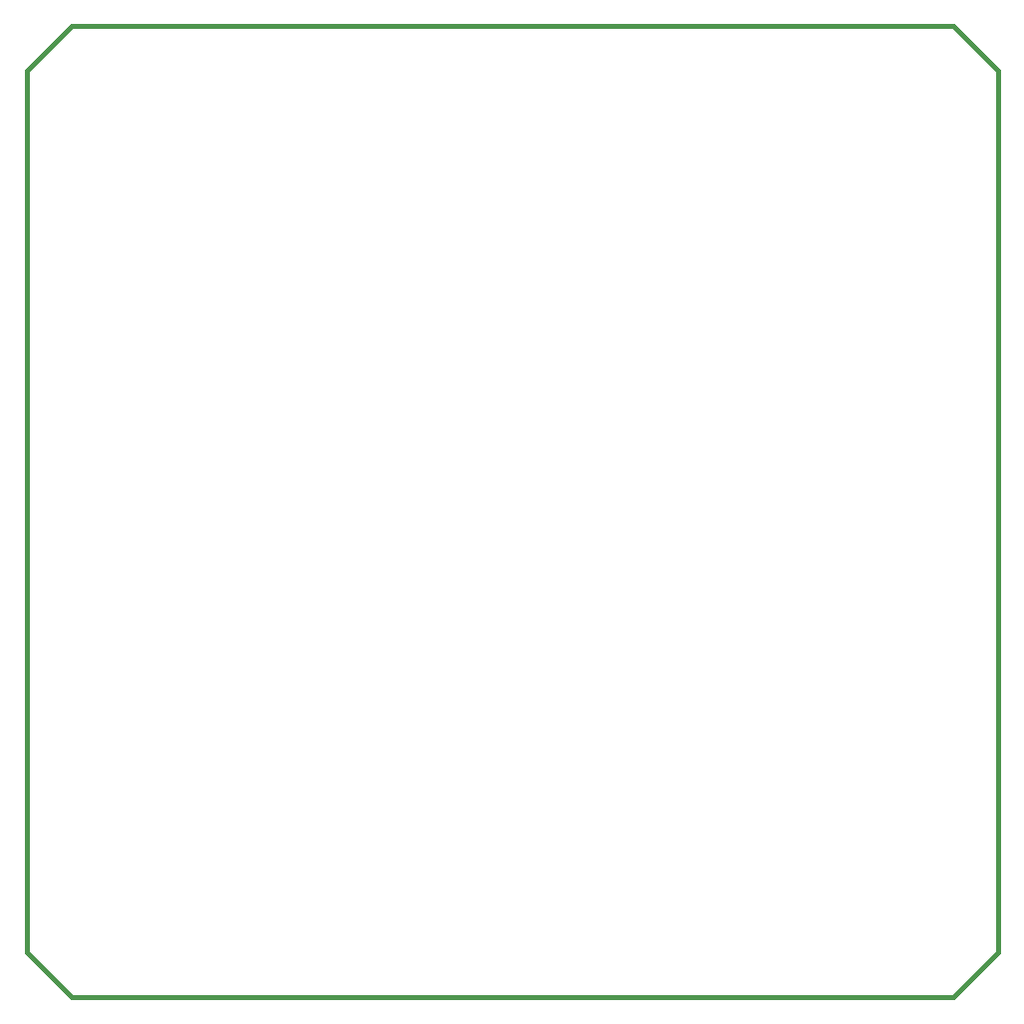
<source format=gbr>
G04 (created by PCBNEW-RS274X (2011-04-29 BZR 2986)-stable) date 21/02/2012 16:57:22*
G01*
G70*
G90*
%MOIN*%
G04 Gerber Fmt 3.4, Leading zero omitted, Abs format*
%FSLAX34Y34*%
G04 APERTURE LIST*
%ADD10C,0.006000*%
%ADD11C,0.015000*%
%ADD12C,0.075000*%
%ADD13R,0.090000X0.062000*%
%ADD14O,0.090000X0.062000*%
%ADD15O,0.062000X0.090000*%
%ADD16R,0.062000X0.090000*%
%ADD17C,0.070000*%
%ADD18R,0.075000X0.075000*%
%ADD19O,0.060000X0.090000*%
%ADD20C,0.128000*%
%ADD21C,0.250000*%
%ADD22C,0.215000*%
%ADD23R,0.070000X0.070000*%
%ADD24C,0.055000*%
%ADD25C,0.050000*%
G04 APERTURE END LIST*
G54D10*
G54D11*
X20000Y-51000D02*
X20000Y-21500D01*
X21500Y-52500D02*
X20000Y-51000D01*
X51000Y-52500D02*
X21500Y-52500D01*
X52500Y-51000D02*
X51000Y-52500D01*
X52500Y-21500D02*
X52500Y-51000D01*
X51000Y-20000D02*
X52500Y-21500D01*
X21500Y-20000D02*
X51000Y-20000D01*
X20000Y-21500D02*
X21500Y-20000D01*
%LPC*%
G54D12*
X41500Y-43750D03*
X43500Y-43750D03*
G54D13*
X36750Y-31250D03*
G54D14*
X36750Y-30250D03*
X36750Y-29250D03*
X36750Y-28250D03*
X33750Y-28250D03*
X33750Y-29250D03*
X33750Y-30250D03*
X33750Y-31250D03*
G54D13*
X44750Y-26750D03*
G54D14*
X44750Y-27750D03*
X44750Y-28750D03*
X44750Y-29750D03*
X44750Y-30750D03*
X44750Y-31750D03*
X44750Y-32750D03*
X44750Y-33750D03*
X47750Y-33750D03*
X47750Y-32750D03*
X47750Y-31750D03*
X47750Y-30750D03*
X47750Y-29750D03*
X47750Y-28750D03*
X47750Y-27750D03*
X47750Y-26750D03*
G54D15*
X35000Y-42000D03*
X36000Y-42000D03*
X37000Y-42000D03*
X38000Y-42000D03*
X39000Y-42000D03*
X40000Y-42000D03*
X41000Y-42000D03*
X42000Y-42000D03*
X43000Y-42000D03*
X44000Y-42000D03*
X45000Y-42000D03*
X46000Y-42000D03*
X47000Y-42000D03*
G54D16*
X34000Y-42000D03*
G54D15*
X47000Y-39000D03*
X46000Y-39000D03*
X45000Y-39000D03*
X44000Y-39000D03*
X43000Y-39000D03*
X42000Y-39000D03*
X41000Y-39000D03*
X40000Y-39000D03*
X39000Y-39000D03*
X38000Y-39000D03*
X37000Y-39000D03*
X36000Y-39000D03*
X35000Y-39000D03*
X34000Y-39000D03*
G54D17*
X27750Y-41250D03*
X27750Y-42250D03*
X28000Y-36250D03*
X28000Y-37250D03*
X46250Y-24750D03*
X46250Y-23750D03*
X38500Y-30000D03*
X38500Y-31000D03*
X41750Y-45500D03*
X40750Y-45500D03*
X43250Y-45500D03*
X44250Y-45500D03*
X42000Y-35500D03*
X43000Y-35500D03*
X27500Y-45500D03*
X27500Y-48500D03*
X33750Y-45500D03*
X36750Y-45500D03*
X32500Y-28250D03*
X32500Y-31250D03*
X34000Y-43250D03*
X31000Y-43250D03*
G54D18*
X31000Y-45500D03*
G54D12*
X32000Y-45500D03*
G54D19*
X21500Y-25000D03*
X22500Y-25000D03*
X23500Y-25000D03*
X22000Y-26000D03*
X23000Y-26000D03*
X24000Y-26000D03*
G54D20*
X21000Y-22500D03*
X25000Y-22500D03*
G54D21*
X50000Y-22500D03*
X50000Y-50000D03*
X22500Y-50000D03*
G54D22*
X30750Y-50000D03*
X41750Y-50000D03*
G54D18*
X34250Y-50500D03*
G54D12*
X34250Y-49500D03*
X35250Y-50500D03*
X35250Y-49500D03*
X36250Y-50500D03*
X36250Y-49500D03*
X37250Y-50500D03*
X37250Y-49500D03*
X38250Y-50500D03*
X38250Y-49500D03*
G54D22*
X41750Y-22500D03*
X30750Y-22500D03*
G54D18*
X38250Y-22000D03*
G54D12*
X38250Y-23000D03*
X37250Y-22000D03*
X37250Y-23000D03*
X36250Y-22000D03*
X36250Y-23000D03*
X35250Y-22000D03*
X35250Y-23000D03*
X34250Y-22000D03*
X34250Y-23000D03*
G54D18*
X49500Y-29750D03*
G54D12*
X49500Y-28750D03*
X49500Y-27750D03*
X49500Y-26750D03*
G54D18*
X24750Y-29250D03*
G54D12*
X24750Y-30250D03*
G54D18*
X24750Y-31250D03*
G54D12*
X24750Y-32250D03*
G54D18*
X24750Y-33250D03*
G54D12*
X24750Y-34250D03*
G54D18*
X24750Y-44500D03*
G54D12*
X24750Y-45500D03*
G54D18*
X24750Y-42500D03*
G54D12*
X24750Y-43500D03*
G54D18*
X24750Y-40500D03*
G54D12*
X24750Y-41500D03*
G54D18*
X24750Y-38500D03*
G54D12*
X24750Y-39500D03*
G54D18*
X24750Y-35250D03*
G54D12*
X24750Y-36250D03*
G54D18*
X24750Y-47500D03*
G54D12*
X25750Y-47500D03*
G54D18*
X29750Y-40500D03*
G54D12*
X29750Y-39500D03*
X29750Y-37500D03*
X29750Y-35500D03*
G54D23*
X38500Y-28750D03*
G54D17*
X38500Y-27750D03*
G54D23*
X47750Y-24750D03*
G54D17*
X48750Y-24750D03*
G54D23*
X43000Y-27500D03*
G54D17*
X43000Y-28500D03*
G54D23*
X43000Y-29750D03*
G54D17*
X43000Y-30750D03*
G54D23*
X42000Y-37250D03*
G54D17*
X43000Y-37250D03*
G54D23*
X43500Y-25750D03*
G54D17*
X42500Y-25750D03*
G54D23*
X43000Y-33000D03*
G54D17*
X43000Y-32000D03*
G54D23*
X28000Y-34750D03*
G54D17*
X28000Y-33750D03*
G54D23*
X27750Y-39750D03*
G54D17*
X27750Y-38750D03*
G54D24*
X37250Y-47500D03*
G54D25*
X25750Y-34000D03*
X26750Y-28750D03*
X36000Y-26250D03*
X48000Y-37250D03*
X47000Y-49250D03*
G54D24*
X27500Y-30250D03*
M02*

</source>
